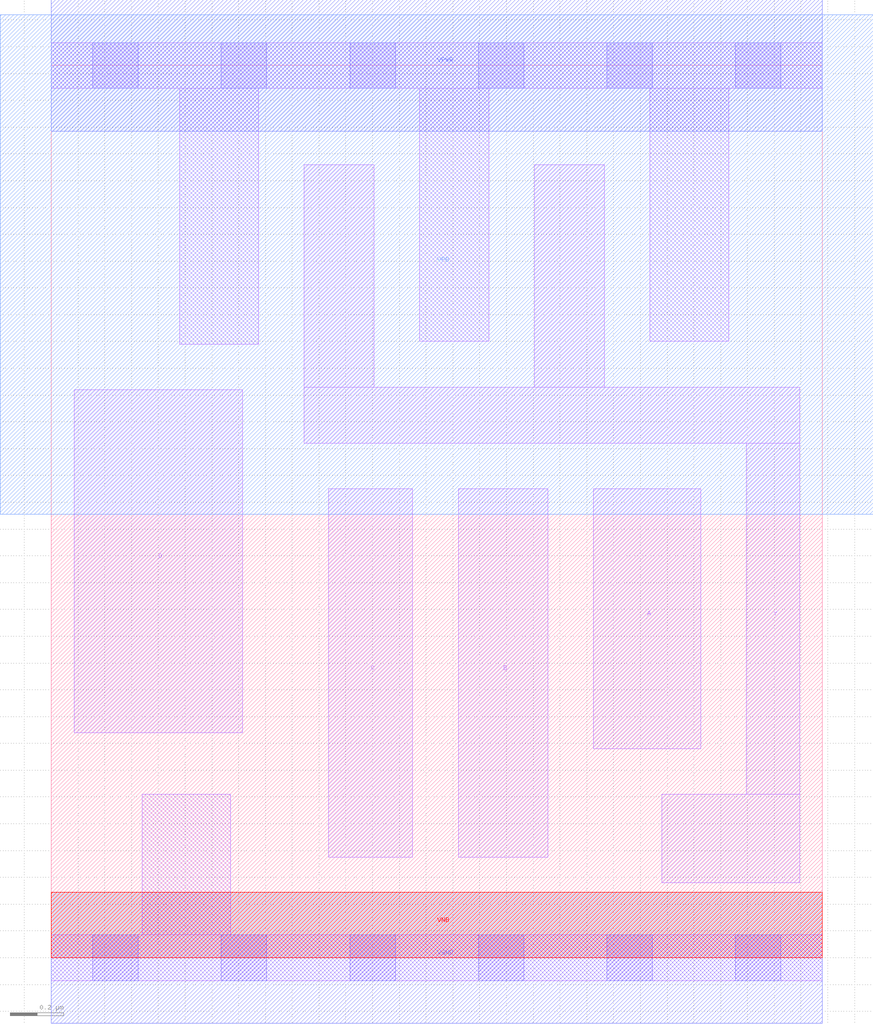
<source format=lef>
# Copyright 2020 The SkyWater PDK Authors
#
# Licensed under the Apache License, Version 2.0 (the "License");
# you may not use this file except in compliance with the License.
# You may obtain a copy of the License at
#
#     https://www.apache.org/licenses/LICENSE-2.0
#
# Unless required by applicable law or agreed to in writing, software
# distributed under the License is distributed on an "AS IS" BASIS,
# WITHOUT WARRANTIES OR CONDITIONS OF ANY KIND, either express or implied.
# See the License for the specific language governing permissions and
# limitations under the License.
#
# SPDX-License-Identifier: Apache-2.0

VERSION 5.7 ;
  NOWIREEXTENSIONATPIN ON ;
  DIVIDERCHAR "/" ;
  BUSBITCHARS "[]" ;
MACRO sky130_fd_sc_lp__nand4_0
  CLASS CORE ;
  FOREIGN sky130_fd_sc_lp__nand4_0 ;
  ORIGIN  0.000000  0.000000 ;
  SIZE  2.880000 BY  3.330000 ;
  SYMMETRY X Y R90 ;
  SITE unit ;
  PIN A
    ANTENNAGATEAREA  0.159000 ;
    DIRECTION INPUT ;
    USE SIGNAL ;
    PORT
      LAYER li1 ;
        RECT 2.025000 0.780000 2.425000 1.750000 ;
    END
  END A
  PIN B
    ANTENNAGATEAREA  0.159000 ;
    DIRECTION INPUT ;
    USE SIGNAL ;
    PORT
      LAYER li1 ;
        RECT 1.520000 0.375000 1.855000 1.750000 ;
    END
  END B
  PIN C
    ANTENNAGATEAREA  0.159000 ;
    DIRECTION INPUT ;
    USE SIGNAL ;
    PORT
      LAYER li1 ;
        RECT 1.035000 0.375000 1.350000 1.750000 ;
    END
  END C
  PIN D
    ANTENNAGATEAREA  0.159000 ;
    DIRECTION INPUT ;
    USE SIGNAL ;
    PORT
      LAYER li1 ;
        RECT 0.085000 0.840000 0.715000 2.120000 ;
    END
  END D
  PIN Y
    ANTENNADIFFAREA  0.478100 ;
    DIRECTION OUTPUT ;
    USE SIGNAL ;
    PORT
      LAYER li1 ;
        RECT 0.945000 1.920000 2.795000 2.130000 ;
        RECT 0.945000 2.130000 1.205000 2.960000 ;
        RECT 1.805000 2.130000 2.065000 2.960000 ;
        RECT 2.280000 0.280000 2.795000 0.610000 ;
        RECT 2.595000 0.610000 2.795000 1.920000 ;
    END
  END Y
  PIN VGND
    DIRECTION INOUT ;
    USE GROUND ;
    PORT
      LAYER met1 ;
        RECT 0.000000 -0.245000 2.880000 0.245000 ;
    END
  END VGND
  PIN VNB
    DIRECTION INOUT ;
    USE GROUND ;
    PORT
      LAYER pwell ;
        RECT 0.000000 0.000000 2.880000 0.245000 ;
    END
  END VNB
  PIN VPB
    DIRECTION INOUT ;
    USE POWER ;
    PORT
      LAYER nwell ;
        RECT -0.190000 1.655000 3.070000 3.520000 ;
    END
  END VPB
  PIN VPWR
    DIRECTION INOUT ;
    USE POWER ;
    PORT
      LAYER met1 ;
        RECT 0.000000 3.085000 2.880000 3.575000 ;
    END
  END VPWR
  OBS
    LAYER li1 ;
      RECT 0.000000 -0.085000 2.880000 0.085000 ;
      RECT 0.000000  3.245000 2.880000 3.415000 ;
      RECT 0.340000  0.085000 0.670000 0.610000 ;
      RECT 0.480000  2.290000 0.775000 3.245000 ;
      RECT 1.375000  2.300000 1.635000 3.245000 ;
      RECT 2.235000  2.300000 2.530000 3.245000 ;
    LAYER mcon ;
      RECT 0.155000 -0.085000 0.325000 0.085000 ;
      RECT 0.155000  3.245000 0.325000 3.415000 ;
      RECT 0.635000 -0.085000 0.805000 0.085000 ;
      RECT 0.635000  3.245000 0.805000 3.415000 ;
      RECT 1.115000 -0.085000 1.285000 0.085000 ;
      RECT 1.115000  3.245000 1.285000 3.415000 ;
      RECT 1.595000 -0.085000 1.765000 0.085000 ;
      RECT 1.595000  3.245000 1.765000 3.415000 ;
      RECT 2.075000 -0.085000 2.245000 0.085000 ;
      RECT 2.075000  3.245000 2.245000 3.415000 ;
      RECT 2.555000 -0.085000 2.725000 0.085000 ;
      RECT 2.555000  3.245000 2.725000 3.415000 ;
  END
END sky130_fd_sc_lp__nand4_0
END LIBRARY

</source>
